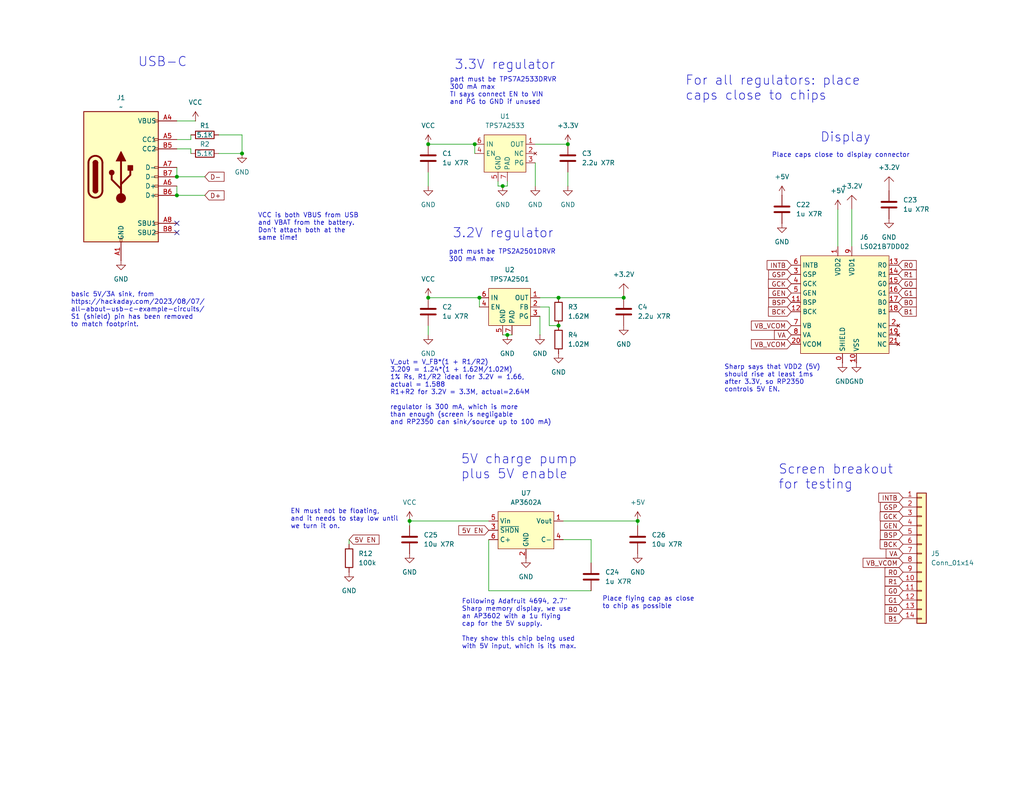
<source format=kicad_sch>
(kicad_sch (version 20250114) (generator "eeschema") (generator_version "9.0")
  (paper "USLetter")
  (lib_symbols
    (symbol "Connector_Generic:Conn_01x14" (pin_names (offset 1.016) (hide yes))
      (property "Reference" "J" (at 0 17.78 0))
      (property "Value" "Conn_01x14" (at 0 -20.32 0))
      (symbol "Conn_01x14_1_1"
        (rectangle (start -1.27 16.51) (end 1.27 -19.05) (stroke (width 0.254)) (fill (type background)))
        (rectangle (start -1.27 15.367) (end 0 15.113) (stroke (width 0.1524)))
        (rectangle (start -1.27 12.827) (end 0 12.573) (stroke (width 0.1524)))
        (rectangle (start -1.27 10.287) (end 0 10.033) (stroke (width 0.1524)))
        (rectangle (start -1.27 7.747) (end 0 7.493) (stroke (width 0.1524)))
        (rectangle (start -1.27 5.207) (end 0 4.953) (stroke (width 0.1524)))
        (rectangle (start -1.27 2.667) (end 0 2.413) (stroke (width 0.1524)))
        (rectangle (start -1.27 0.127) (end 0 -0.127) (stroke (width 0.1524)))
        (rectangle (start -1.27 -2.413) (end 0 -2.667) (stroke (width 0.1524)))
        (rectangle (start -1.27 -4.953) (end 0 -5.207) (stroke (width 0.1524)))
        (rectangle (start -1.27 -7.493) (end 0 -7.747) (stroke (width 0.1524)))
        (rectangle (start -1.27 -10.033) (end 0 -10.287) (stroke (width 0.1524)))
        (rectangle (start -1.27 -12.573) (end 0 -12.827) (stroke (width 0.1524)))
        (rectangle (start -1.27 -15.113) (end 0 -15.367) (stroke (width 0.1524)))
        (rectangle (start -1.27 -17.653) (end 0 -17.907) (stroke (width 0.1524)))
        (pin passive line (at -5.08 15.24 0) (length 3.81) (name "Pin_1") (number "1"))
        (pin passive line (at -5.08 12.7 0) (length 3.81) (name "Pin_2") (number "2"))
        (pin passive line (at -5.08 10.16 0) (length 3.81) (name "Pin_3") (number "3"))
        (pin passive line (at -5.08 7.62 0) (length 3.81) (name "Pin_4") (number "4"))
        (pin passive line (at -5.08 5.08 0) (length 3.81) (name "Pin_5") (number "5"))
        (pin passive line (at -5.08 2.54 0) (length 3.81) (name "Pin_6") (number "6"))
        (pin passive line (at -5.08 0 0) (length 3.81) (name "Pin_7") (number "7"))
        (pin passive line (at -5.08 -2.54 0) (length 3.81) (name "Pin_8") (number "8"))
        (pin passive line (at -5.08 -5.08 0) (length 3.81) (name "Pin_9") (number "9"))
        (pin passive line (at -5.08 -7.62 0) (length 3.81) (name "Pin_10") (number "10"))
        (pin passive line (at -5.08 -10.16 0) (length 3.81) (name "Pin_11") (number "11"))
        (pin passive line (at -5.08 -12.7 0) (length 3.81) (name "Pin_12") (number "12"))
        (pin passive line (at -5.08 -15.24 0) (length 3.81) (name "Pin_13") (number "13"))
        (pin passive line (at -5.08 -17.78 0) (length 3.81) (name "Pin_14") (number "14"))
      )
    )
    (symbol "Device:C" (pin_numbers (hide yes)) (pin_names (offset 0.254))
      (property "Reference" "C" (at 0.635 2.54 0))
      (property "Value" "C" (at 0.635 -2.54 0))
      (symbol "C_0_1"
        (polyline (pts (xy -2.032 0.762) (xy 2.032 0.762)) (stroke (width 0.508)))
        (polyline (pts (xy -2.032 -0.762) (xy 2.032 -0.762)) (stroke (width 0.508)))
      )
      (symbol "C_1_1"
        (pin passive line (at 0 3.81 270) (length 2.794) (name "~") (number "1"))
        (pin passive line (at 0 -3.81 90) (length 2.794) (name "~") (number "2"))
      )
    )
    (symbol "Device:R" (pin_numbers (hide yes)) (pin_names (offset 0))
      (property "Reference" "R" (at 2.032 0 90))
      (property "Value" "R" (at 0 0 90))
      (symbol "R_0_1"
        (rectangle (start -1.016 -2.54) (end 1.016 2.54) (stroke (width 0.254)))
      )
      (symbol "R_1_1"
        (pin passive line (at 0 3.81 270) (length 1.27) (name "~") (number "1"))
        (pin passive line (at 0 -3.81 90) (length 1.27) (name "~") (number "2"))
      )
    )
    (symbol "power:+3.3V" (power) (pin_numbers (hide yes)) (pin_names (offset 0) (hide yes))
      (property "Value" "+3.3V" (at 0 3.556 0))
      (symbol "+3.3V_0_1"
        (polyline (pts (xy -0.762 1.27) (xy 0 2.54)))
        (polyline (pts (xy 0 2.54) (xy 0.762 1.27)))
        (polyline (pts (xy 0 0) (xy 0 2.54)))
      )
      (symbol "+3.3V_1_1"
        (pin power_in line (at 0 0 90) (length 0) (name "~") (number "1"))
      )
    )
    (symbol "power:+5V" (power) (pin_numbers (hide yes)) (pin_names (offset 0) (hide yes))
      (property "Value" "+5V" (at 0 3.556 0))
      (symbol "+5V_0_1"
        (polyline (pts (xy -0.762 1.27) (xy 0 2.54)))
        (polyline (pts (xy 0 2.54) (xy 0.762 1.27)))
        (polyline (pts (xy 0 0) (xy 0 2.54)))
      )
      (symbol "+5V_1_1"
        (pin power_in line (at 0 0 90) (length 0) (name "~") (number "1"))
      )
    )
    (symbol "power:GND" (power) (pin_numbers (hide yes)) (pin_names (offset 0) (hide yes))
      (property "Value" "GND" (at 0 -3.81 0))
      (symbol "GND_0_1"
        (polyline (pts (xy 0 0) (xy 0 -1.27) (xy 1.27 -1.27) (xy 0 -2.54) (xy -1.27 -1.27) (xy 0 -1.27)))
      )
      (symbol "GND_1_1"
        (pin power_in line (at 0 0 270) (length 0) (name "~") (number "1"))
      )
    )
    (symbol "power:VCC" (power) (pin_numbers (hide yes)) (pin_names (offset 0) (hide yes))
      (property "Value" "VCC" (at 0 3.556 0))
      (symbol "VCC_0_1"
        (polyline (pts (xy -0.762 1.27) (xy 0 2.54)))
        (polyline (pts (xy 0 2.54) (xy 0.762 1.27)))
        (polyline (pts (xy 0 0) (xy 0 2.54)))
      )
      (symbol "VCC_1_1"
        (pin power_in line (at 0 0 90) (length 0) (name "~") (number "1"))
      )
    )
    (symbol "sharpie-hw:+3.2V" (power)
      (property "Value" "+3.2V" (at 0 0 0))
      (symbol "+3.2V_0_1"
        (polyline (pts (xy 0 0) (xy 0 3.81) (xy -1.27 2.54) (xy 0 3.81) (xy 1.27 2.54)))
      )
      (symbol "+3.2V_1_1"
        (pin power_in line (at 0 0 90) (length 0) (hide yes) (name "+3.2V") (number "1"))
      )
    )
    (symbol "sharpie-hw:AP3602A"
      (property "Reference" "U" (at -6.858 6.35 0))
      (property "Value" "AP3602A" (at 4.064 6.35 0))
      (symbol "AP3602A_1_1"
        (rectangle (start -7.62 5.08) (end 7.62 -5.08) (fill (type background)))
        (pin power_in line (at -10.16 2.54 0) (length 2.54) (name "Vin") (number "5"))
        (pin input line (at -10.16 0 0) (length 2.54) (name "~{SHDN}") (number "3"))
        (pin output line (at -10.16 -2.54 0) (length 2.54) (name "C+") (number "6"))
        (pin power_out line (at 0 -7.62 90) (length 2.54) (name "GND") (number "2"))
        (pin power_out line (at 10.16 2.54 180) (length 2.54) (name "Vout") (number "1"))
        (pin input line (at 10.16 -2.54 180) (length 2.54) (name "C-") (number "4"))
      )
    )
    (symbol "sharpie-hw:LS021B7DD02"
      (property "Reference" "J" (at -11.43 13.97 0))
      (property "Value" "LS021B7DD02" (at 9.398 13.97 0))
      (symbol "LS021B7DD02_1_1"
        (rectangle (start -12.7 12.7) (end 11.43 -13.97) (fill (type background)))
        (pin input line (at -15.24 10.16 0) (length 2.54) (name "INTB") (number "6"))
        (pin input line (at -15.24 7.62 0) (length 2.54) (name "GSP") (number "3"))
        (pin input line (at -15.24 5.08 0) (length 2.54) (name "GCK") (number "4"))
        (pin input line (at -15.24 2.54 0) (length 2.54) (name "GEN") (number "5"))
        (pin input line (at -15.24 0 0) (length 2.54) (name "BSP") (number "11"))
        (pin input line (at -15.24 -2.54 0) (length 2.54) (name "BCK") (number "12"))
        (pin input line (at -15.24 -6.35 0) (length 2.54) (name "VB") (number "7"))
        (pin input line (at -15.24 -8.89 0) (length 2.54) (name "VA") (number "8"))
        (pin input line (at -15.24 -11.43 0) (length 2.54) (name "VCOM") (number "20"))
        (pin power_in line (at -2.54 15.24 270) (length 2.54) (name "VDD2") (number "1"))
        (pin passive line (at -1.27 -16.51 90) (length 2.54) (name "SHIELD") (number "0"))
        (pin power_in line (at 1.27 15.24 270) (length 2.54) (name "VDD1") (number "9"))
        (pin power_out line (at 2.54 -16.51 90) (length 2.54) (name "VSS") (number "10"))
        (pin input line (at 13.97 10.16 180) (length 2.54) (name "R0") (number "13"))
        (pin input line (at 13.97 7.62 180) (length 2.54) (name "R1") (number "14"))
        (pin input line (at 13.97 5.08 180) (length 2.54) (name "G0") (number "15"))
        (pin input line (at 13.97 2.54 180) (length 2.54) (name "G1") (number "16"))
        (pin input line (at 13.97 0 180) (length 2.54) (name "B0") (number "17"))
        (pin input line (at 13.97 -2.54 180) (length 2.54) (name "B1") (number "18"))
        (pin no_connect line (at 13.97 -6.35 180) (length 2.54) (name "NC") (number "2"))
        (pin no_connect line (at 13.97 -8.89 180) (length 2.54) (name "NC") (number "19"))
        (pin no_connect line (at 13.97 -11.43 180) (length 2.54) (name "NC") (number "21"))
      )
    )
    (symbol "sharpie-hw:TPS7A2501"
      (property "Reference" "U" (at -4.318 5.08 0))
      (property "Value" "TPS7A2501" (at 3.556 5.08 0))
      (symbol "TPS7A2501_1_1"
        (rectangle (start -5.08 3.81) (end 6.35 -6.35) (fill (type background)))
        (pin power_in line (at -7.62 1.27 0) (length 2.54) (name "IN") (number "6"))
        (pin input line (at -7.62 -1.27 0) (length 2.54) (name "EN") (number "4"))
        (pin power_out line (at -1.27 -8.89 90) (length 2.54) (name "GND") (number "5"))
        (pin passive line (at 1.27 -8.89 90) (length 2.54) (name "PAD") (number "7"))
        (pin power_out line (at 8.89 1.27 180) (length 2.54) (name "OUT") (number "1"))
        (pin input line (at 8.89 -1.27 180) (length 2.54) (name "FB") (number "2"))
        (pin output line (at 8.89 -3.81 180) (length 2.54) (name "PG") (number "3"))
      )
    )
    (symbol "sharpie-hw:TPS7A2533"
      (property "Reference" "U" (at -4.572 4.826 0))
      (property "Value" "TPS7A2533" (at 2.286 4.826 0))
      (symbol "TPS7A2533_1_1"
        (rectangle (start -5.08 3.81) (end 6.35 -6.35) (fill (type background)))
        (pin power_in line (at -7.62 1.27 0) (length 2.54) (name "IN") (number "6"))
        (pin input line (at -7.62 -1.27 0) (length 2.54) (name "EN") (number "4"))
        (pin power_out line (at -1.27 -8.89 90) (length 2.54) (name "GND") (number "5"))
        (pin passive line (at 1.27 -8.89 90) (length 2.54) (name "PAD") (number "7"))
        (pin power_out line (at 8.89 1.27 180) (length 2.54) (name "OUT") (number "1"))
        (pin no_connect line (at 8.89 -1.27 180) (length 2.54) (name "NC") (number "2"))
        (pin output line (at 8.89 -3.81 180) (length 2.54) (name "PG") (number "3"))
      )
    )
    (symbol "sharpie-hw:USB_C_Receptacle_USB2.0_16P_NoShield"
      (property "Reference" "J" (at -0.254 23.622 0))
      (property "Value" "USB_C_Receptacle_USB2.0_16P_NoShield" (at 0.508 20.828 0))
      (symbol "USB_C_Receptacle_USB2.0_16P_NoShield_0_0"
        (rectangle (start -0.254 -16.51) (end 0.254 -15.494))
        (rectangle (start 10.16 16.764) (end 9.144 16.256))
        (rectangle (start 10.16 11.684) (end 9.144 11.176))
        (rectangle (start 10.16 9.144) (end 9.144 8.636))
        (rectangle (start 10.16 4.064) (end 9.144 3.556))
        (rectangle (start 10.16 1.524) (end 9.144 1.016))
        (rectangle (start 10.16 -1.016) (end 9.144 -1.524))
        (rectangle (start 10.16 -3.556) (end 9.144 -4.064))
        (rectangle (start 10.16 -11.176) (end 9.144 -11.684))
        (rectangle (start 10.16 -13.716) (end 9.144 -14.224))
      )
      (symbol "USB_C_Receptacle_USB2.0_16P_NoShield_0_1"
        (rectangle (start -10.16 19.05) (end 10.16 -16.51) (stroke (width 0.254)) (fill (type background)))
        (polyline (pts (xy -8.89 -2.54) (xy -8.89 5.08)) (stroke (width 0.508)))
        (rectangle (start -7.62 -2.54) (end -6.35 5.08) (stroke (width 0.254)) (fill (type outline)))
        (arc (start -7.62 5.08) (mid -6.985 5.7123) (end -6.35 5.08) (stroke (width 0.254)))
        (arc (start -7.62 5.08) (mid -6.985 5.7123) (end -6.35 5.08) (stroke (width 0.254)) (fill (type outline)))
        (arc (start -8.89 5.08) (mid -6.985 6.9767) (end -5.08 5.08) (stroke (width 0.508)))
        (arc (start -5.08 -2.54) (mid -6.985 -4.4367) (end -8.89 -2.54) (stroke (width 0.508)))
        (arc (start -6.35 -2.54) (mid -6.985 -3.1723) (end -7.62 -2.54) (stroke (width 0.254)))
        (arc (start -6.35 -2.54) (mid -6.985 -3.1723) (end -7.62 -2.54) (stroke (width 0.254)) (fill (type outline)))
        (polyline (pts (xy -5.08 5.08) (xy -5.08 -2.54)) (stroke (width 0.508)))
        (circle (center -2.54 2.413) (radius 0.635) (stroke (width 0.254)) (fill (type outline)))
        (polyline (pts (xy -1.27 5.588) (xy 0 8.128) (xy 1.27 5.588) (xy -1.27 5.588)) (stroke (width 0.254)) (fill (type outline)))
        (polyline (pts (xy 0 -0.762) (xy 2.54 1.778) (xy 2.54 3.048)) (stroke (width 0.508)))
        (polyline (pts (xy 0 -2.032) (xy -2.54 0.508) (xy -2.54 1.778)) (stroke (width 0.508)))
        (polyline (pts (xy 0 -4.572) (xy 0 5.588)) (stroke (width 0.508)))
        (circle (center 0 -4.572) (radius 1.27) (fill (type outline)))
        (rectangle (start 1.905 3.048) (end 3.175 4.318) (stroke (width 0.254)) (fill (type outline)))
      )
      (symbol "USB_C_Receptacle_USB2.0_16P_NoShield_1_1"
        (pin passive line (at 0 -21.59 90) (length 5.08) (name "GND") (number "A1"))
        (pin passive line (at 0 -21.59 90) (length 5.08) (hide yes) (name "GND") (number "A12"))
        (pin passive line (at 0 -21.59 90) (length 5.08) (hide yes) (name "GND") (number "B1"))
        (pin passive line (at 0 -21.59 90) (length 5.08) (hide yes) (name "GND") (number "B12"))
        (pin passive line (at 15.24 16.51 180) (length 5.08) (name "VBUS") (number "A4"))
        (pin passive line (at 15.24 16.51 180) (length 5.08) (hide yes) (name "VBUS") (number "A9"))
        (pin passive line (at 15.24 16.51 180) (length 5.08) (hide yes) (name "VBUS") (number "B4"))
        (pin passive line (at 15.24 16.51 180) (length 5.08) (hide yes) (name "VBUS") (number "B9"))
        (pin bidirectional line (at 15.24 11.43 180) (length 5.08) (name "CC1") (number "A5"))
        (pin bidirectional line (at 15.24 8.89 180) (length 5.08) (name "CC2") (number "B5"))
        (pin bidirectional line (at 15.24 3.81 180) (length 5.08) (name "D-") (number "A7"))
        (pin bidirectional line (at 15.24 1.27 180) (length 5.08) (name "D-") (number "B7"))
        (pin bidirectional line (at 15.24 -1.27 180) (length 5.08) (name "D+") (number "A6"))
        (pin bidirectional line (at 15.24 -3.81 180) (length 5.08) (name "D+") (number "B6"))
        (pin bidirectional line (at 15.24 -11.43 180) (length 5.08) (name "SBU1") (number "A8"))
        (pin bidirectional line (at 15.24 -13.97 180) (length 5.08) (name "SBU2") (number "B8"))
      )
    )
  )
  (text "basic 5V/3A sink, from\nhttps://hackaday.com/2023/08/07/\nall-about-usb-c-example-circuits/\nS1 (shield) pin has been removed\nto match footprint." (at 19.304 84.582 0) (effects (font (size 1.27 1.27)) (justify left)))
  (text "Place flying cap as close\nto chip as possible" (at 164.338 164.592 0) (effects (font (size 1.27 1.27)) (justify left)))
  (text "3.3V regulator" (at 123.952 17.78 0) (effects (font (size 2.54 2.54)) (justify left)))
  (text "V_out = V_FB*(1 + R1/R2)\n3.209 = 1.24*(1 + 1.62M/1.02M)\n1% Rs, R1/R2 ideal for 3.2V = 1.66,\nactual = 1.588\nR1+R2 for 3.2V = 3.3M, actual=2.64M\n\nregulator is 300 mA, which is more\nthan enough (screen is negligable\nand RP2350 can sink/source up to 100 mA)" (at 106.426 107.188 0) (effects (font (size 1.27 1.27)) (justify left)))
  (text "EN must not be floating,\nand it needs to stay low until\nwe turn it on." (at 79.248 141.732 0) (effects (font (size 1.27 1.27)) (justify left)))
  (text "3.2V regulator" (at 123.444 63.754 0) (effects (font (size 2.54 2.54)) (justify left)))
  (text "Display" (at 223.774 37.592 0) (effects (font (size 2.54 2.54)) (justify left)))
  (text "VCC is both VBUS from USB\nand VBAT from the battery.\nDon't attach both at the\nsame time!" (at 70.358 61.976 0) (effects (font (size 1.27 1.27)) (justify left)))
  (text "Place caps close to display connector" (at 210.566 42.418 0) (effects (font (size 1.27 1.27)) (justify left)))
  (text "part must be TPS7A2533DRVR\n300 mA max\nTI says connect EN to VIN\nand PG to GND if unused" (at 122.682 24.892 0) (effects (font (size 1.27 1.27)) (justify left)))
  (text "For all regulators: place\ncaps close to chips" (at 186.944 24.13 0) (effects (font (size 2.54 2.54)) (justify left)))
  (text "part must be TPS2A2501DRVR\n300 mA max" (at 122.428 69.85 0) (effects (font (size 1.27 1.27)) (justify left)))
  (text "5V charge pump\nplus 5V enable" (at 125.73 127.508 0) (effects (font (size 2.54 2.54)) (justify left)))
  (text "Following Adafruit 4694, 2.7\"\nSharp memory display, we use\nan AP3602 with a 1u flying\ncap for the 5V supply.\n\nThey show this chip being used\nwith 5V input, which is its max." (at 125.984 170.434 0) (effects (font (size 1.27 1.27)) (justify left)))
  (text "Sharp says that VDD2 (5V) \nshould rise at least 1ms \nafter 3.3V, so RP2350 \ncontrols 5V EN." (at 197.612 103.378 0) (effects (font (size 1.27 1.27)) (justify left)))
  (text "Screen breakout\nfor testing" (at 212.344 130.302 0) (effects (font (size 2.54 2.54)) (justify left)))
  (text "USB-C" (at 37.592 17.018 0) (effects (font (size 2.54 2.54)) (justify left)))
  (junction (at 138.43 91.44))
  (junction (at 129.54 39.37))
  (junction (at 48.26 53.34))
  (junction (at 111.76 142.24))
  (junction (at 173.99 142.24))
  (junction (at 152.4 88.9))
  (junction (at 154.94 39.37))
  (junction (at 48.26 48.26))
  (junction (at 66.04 41.91))
  (junction (at 170.18 81.28))
  (junction (at 116.84 39.37))
  (junction (at 152.4 81.28))
  (junction (at 130.81 81.28))
  (junction (at 137.16 50.8))
  (junction (at 116.84 81.28))
  (no_connect (at 48.26 63.5))
  (no_connect (at 48.26 60.96))
  (wire (pts (xy 146.05 44.45) (xy 146.05 50.8)))
  (wire (pts (xy 116.84 39.37) (xy 129.54 39.37)))
  (wire (pts (xy 135.89 49.53) (xy 135.89 50.8)))
  (wire (pts (xy 59.69 36.83) (xy 66.04 36.83)))
  (wire (pts (xy 130.81 81.28) (xy 130.81 83.82)))
  (wire (pts (xy 146.05 39.37) (xy 154.94 39.37)))
  (wire (pts (xy 66.04 36.83) (xy 66.04 41.91)))
  (wire (pts (xy 149.86 83.82) (xy 149.86 88.9)))
  (wire (pts (xy 95.25 147.32) (xy 95.25 148.59)))
  (wire (pts (xy 147.32 81.28) (xy 152.4 81.28)))
  (wire (pts (xy 153.67 147.32) (xy 161.29 147.32)))
  (wire (pts (xy 48.26 48.26) (xy 55.88 48.26)))
  (wire (pts (xy 173.99 143.51) (xy 173.99 142.24)))
  (wire (pts (xy 149.86 88.9) (xy 152.4 88.9)))
  (wire (pts (xy 116.84 88.9) (xy 116.84 91.44)))
  (wire (pts (xy 228.6 67.31) (xy 228.6 57.15)))
  (wire (pts (xy 52.07 40.64) (xy 52.07 41.91)))
  (wire (pts (xy 137.16 50.8) (xy 138.43 50.8)))
  (wire (pts (xy 133.35 161.29) (xy 161.29 161.29)))
  (wire (pts (xy 161.29 147.32) (xy 161.29 153.67)))
  (wire (pts (xy 116.84 81.28) (xy 130.81 81.28)))
  (wire (pts (xy 152.4 81.28) (xy 170.18 81.28)))
  (wire (pts (xy 153.67 142.24) (xy 173.99 142.24)))
  (wire (pts (xy 111.76 142.24) (xy 133.35 142.24)))
  (wire (pts (xy 129.54 39.37) (xy 129.54 41.91)))
  (wire (pts (xy 232.41 57.15) (xy 232.41 67.31)))
  (wire (pts (xy 48.26 50.8) (xy 48.26 53.34)))
  (wire (pts (xy 48.26 45.72) (xy 48.26 48.26)))
  (wire (pts (xy 154.94 46.99) (xy 154.94 50.8)))
  (wire (pts (xy 52.07 38.1) (xy 52.07 36.83)))
  (wire (pts (xy 137.16 91.44) (xy 138.43 91.44)))
  (wire (pts (xy 147.32 83.82) (xy 149.86 83.82)))
  (wire (pts (xy 133.35 147.32) (xy 133.35 161.29)))
  (wire (pts (xy 138.43 49.53) (xy 138.43 50.8)))
  (wire (pts (xy 147.32 86.36) (xy 147.32 91.44)))
  (wire (pts (xy 138.43 91.44) (xy 139.7 91.44)))
  (wire (pts (xy 116.84 46.99) (xy 116.84 50.8)))
  (wire (pts (xy 48.26 38.1) (xy 52.07 38.1)))
  (wire (pts (xy 53.34 33.02) (xy 48.26 33.02)))
  (wire (pts (xy 111.76 142.24) (xy 111.76 143.51)))
  (wire (pts (xy 59.69 41.91) (xy 66.04 41.91)))
  (wire (pts (xy 48.26 40.64) (xy 52.07 40.64)))
  (wire (pts (xy 48.26 53.34) (xy 55.88 53.34)))
  (wire (pts (xy 135.89 50.8) (xy 137.16 50.8)))
  (global_label "B1" (shape input) (at 245.11 85.09 0) (property "Intersheetrefs" "${INTERSHEET_REFS}" (effects (hide yes))))
  (global_label "R1" (shape input) (at 245.11 74.93 0) (property "Intersheetrefs" "${INTERSHEET_REFS}" (effects (hide yes))))
  (global_label "B0" (shape input) (at 245.11 82.55 0) (property "Intersheetrefs" "${INTERSHEET_REFS}" (effects (hide yes))))
  (global_label "INTB" (shape input) (at 215.9 72.39 180) (property "Intersheetrefs" "${INTERSHEET_REFS}" (effects (hide yes))))
  (global_label "GSP" (shape input) (at 215.9 74.93 180) (property "Intersheetrefs" "${INTERSHEET_REFS}" (effects (hide yes))))
  (global_label "G1" (shape input) (at 246.38 163.83 180) (property "Intersheetrefs" "${INTERSHEET_REFS}" (effects (hide yes))))
  (global_label "B0" (shape input) (at 246.38 166.37 180) (property "Intersheetrefs" "${INTERSHEET_REFS}" (effects (hide yes))))
  (global_label "GEN" (shape input) (at 215.9 80.01 180) (property "Intersheetrefs" "${INTERSHEET_REFS}" (effects (hide yes))))
  (global_label "VA" (shape input) (at 215.9 91.44 180) (property "Intersheetrefs" "${INTERSHEET_REFS}" (effects (hide yes))))
  (global_label "VB_VCOM" (shape input) (at 215.9 93.98 180) (property "Intersheetrefs" "${INTERSHEET_REFS}" (effects (hide yes))))
  (global_label "BSP" (shape input) (at 215.9 82.55 180) (property "Intersheetrefs" "${INTERSHEET_REFS}" (effects (hide yes))))
  (global_label "G1" (shape input) (at 245.11 80.01 0) (property "Intersheetrefs" "${INTERSHEET_REFS}" (effects (hide yes))))
  (global_label "BCK" (shape input) (at 215.9 85.09 180) (property "Intersheetrefs" "${INTERSHEET_REFS}" (effects (hide yes))))
  (global_label "R0" (shape input) (at 245.11 72.39 0) (property "Intersheetrefs" "${INTERSHEET_REFS}" (effects (hide yes))))
  (global_label "GCK" (shape input) (at 215.9 77.47 180) (property "Intersheetrefs" "${INTERSHEET_REFS}" (effects (hide yes))))
  (global_label "G0" (shape input) (at 246.38 161.29 180) (property "Intersheetrefs" "${INTERSHEET_REFS}" (effects (hide yes))))
  (global_label "INTB" (shape input) (at 246.38 135.89 180) (property "Intersheetrefs" "${INTERSHEET_REFS}" (effects (hide yes))))
  (global_label "D-" (shape input) (at 55.88 48.26 0) (property "Intersheetrefs" "${INTERSHEET_REFS}" (effects (hide yes))))
  (global_label "BSP" (shape input) (at 246.38 146.05 180) (property "Intersheetrefs" "${INTERSHEET_REFS}" (effects (hide yes))))
  (global_label "B1" (shape input) (at 246.38 168.91 180) (property "Intersheetrefs" "${INTERSHEET_REFS}" (effects (hide yes))))
  (global_label "G0" (shape input) (at 245.11 77.47 0) (property "Intersheetrefs" "${INTERSHEET_REFS}" (effects (hide yes))))
  (global_label "GEN" (shape input) (at 246.38 143.51 180) (property "Intersheetrefs" "${INTERSHEET_REFS}" (effects (hide yes))))
  (global_label "GSP" (shape input) (at 246.38 138.43 180) (property "Intersheetrefs" "${INTERSHEET_REFS}" (effects (hide yes))))
  (global_label "VB_VCOM" (shape input) (at 246.38 153.67 180) (property "Intersheetrefs" "${INTERSHEET_REFS}" (effects (hide yes))))
  (global_label "VA" (shape input) (at 246.38 151.13 180) (property "Intersheetrefs" "${INTERSHEET_REFS}" (effects (hide yes))))
  (global_label "BCK" (shape input) (at 246.38 148.59 180) (property "Intersheetrefs" "${INTERSHEET_REFS}" (effects (hide yes))))
  (global_label "5V EN" (shape input) (at 95.25 147.32 0) (property "Intersheetrefs" "${INTERSHEET_REFS}" (effects (hide yes))))
  (global_label "R1" (shape input) (at 246.38 158.75 180) (property "Intersheetrefs" "${INTERSHEET_REFS}" (effects (hide yes))))
  (global_label "5V EN" (shape input) (at 133.35 144.78 180) (property "Intersheetrefs" "${INTERSHEET_REFS}" (effects (hide yes))))
  (global_label "D+" (shape input) (at 55.88 53.34 0) (property "Intersheetrefs" "${INTERSHEET_REFS}" (effects (hide yes))))
  (global_label "VB_VCOM" (shape input) (at 215.9 88.9 180) (property "Intersheetrefs" "${INTERSHEET_REFS}" (effects (hide yes))))
  (global_label "R0" (shape input) (at 246.38 156.21 180) (property "Intersheetrefs" "${INTERSHEET_REFS}" (effects (hide yes))))
  (global_label "GCK" (shape input) (at 246.38 140.97 180) (property "Intersheetrefs" "${INTERSHEET_REFS}" (effects (hide yes))))
  (symbol (lib_id "Device:C") (at 170.18 85.09 0) (unit 1)
    (property "Reference" "C4" (at 173.99 83.8199 0) (effects (justify left)))
    (property "Value" "2.2u X7R" (at 173.99 86.3599 0) (effects (justify left)))
    (property "Footprint" "Capacitor_SMD:C_0805_2012Metric" (effects (hide yes)))
    (property "Description" "Unpolarized capacitor" (effects (hide yes)))
    (property "JLCPCB Part #" "C377773" (effects (hide yes)))
  )
  (symbol (lib_id "power:+5V") (at 173.99 142.24 0) (unit 1)
    (property "Reference" "#PWR051" (effects (hide yes)))
    (property "Value" "+5V" (at 173.99 137.16 0))
    (property "Description" "Power symbol creates a global label with name \"+5V\"" (effects (hide yes)))
  )
  (symbol (lib_id "sharpie-hw:+3.2V") (at 232.41 57.15 0) (unit 1)
    (property "Reference" "#PWR044" (effects (hide yes)))
    (property "Value" "+3.2V" (at 232.41 50.8 0))
  )
  (symbol (lib_id "power:GND") (at 116.84 50.8 0) (unit 1)
    (property "Reference" "#PWR069" (effects (hide yes)))
    (property "Value" "GND" (at 116.84 55.88 0))
    (property "Description" "Power symbol creates a global label with name \"GND\" , ground" (effects (hide yes)))
  )
  (symbol (lib_id "power:+5V") (at 228.6 57.15 0) (unit 1)
    (property "Reference" "#PWR042" (effects (hide yes)))
    (property "Value" "+5V" (at 228.6 52.07 0))
    (property "Description" "Power symbol creates a global label with name \"+5V\"" (effects (hide yes)))
  )
  (symbol (lib_id "power:GND") (at 66.04 41.91 0) (unit 1)
    (property "Reference" "#PWR04" (effects (hide yes)))
    (property "Value" "GND" (at 66.04 46.99 0))
    (property "Description" "Power symbol creates a global label with name \"GND\" , ground" (effects (hide yes)))
  )
  (symbol (lib_id "Device:C") (at 161.29 157.48 180) (unit 1)
    (property "Reference" "C24" (at 165.1 156.21 0) (effects (justify right)))
    (property "Value" "1u X7R" (at 165.1 158.7499 0) (effects (justify right)))
    (property "Footprint" "Capacitor_SMD:C_0805_2012Metric" (effects (hide yes)))
    (property "Description" "Unpolarized capacitor" (effects (hide yes)))
    (property "JLCPCB Part #" "C28323" (effects (hide yes)))
  )
  (symbol (lib_id "power:GND") (at 170.18 88.9 0) (unit 1)
    (property "Reference" "#PWR023" (effects (hide yes)))
    (property "Value" "GND" (at 170.18 93.98 0))
    (property "Description" "Power symbol creates a global label with name \"GND\" , ground" (effects (hide yes)))
  )
  (symbol (lib_id "sharpie-hw:TPS7A2533") (at 137.16 40.64 0) (unit 1)
    (property "Reference" "U1" (at 137.795 31.75 0))
    (property "Value" "TPS7A2533" (at 137.795 34.29 0))
    (property "Footprint" "Package_SON:WSON-6-1EP_2x2mm_P0.65mm_EP1x1.6mm_ThermalVias" (effects (hide yes)))
    (property "JLCPCB Part #" "C2867820" (effects (hide yes)))
  )
  (symbol (lib_id "power:GND") (at 173.99 151.13 0) (unit 1)
    (property "Reference" "#PWR049" (effects (hide yes)))
    (property "Value" "GND" (at 173.99 156.21 0))
    (property "Description" "Power symbol creates a global label with name \"GND\" , ground" (effects (hide yes)))
  )
  (symbol (lib_id "power:GND") (at 233.68 99.06 0) (unit 1)
    (property "Reference" "#PWR01" (effects (hide yes)))
    (property "Value" "GND" (at 233.68 104.14 0))
    (property "Description" "Power symbol creates a global label with name \"GND\" , ground" (effects (hide yes)))
  )
  (symbol (lib_id "Device:C") (at 154.94 43.18 0) (unit 1)
    (property "Reference" "C3" (at 158.75 41.9099 0) (effects (justify left)))
    (property "Value" "2.2u X7R" (at 158.75 44.4499 0) (effects (justify left)))
    (property "Footprint" "Capacitor_SMD:C_0805_2012Metric" (effects (hide yes)))
    (property "Description" "Unpolarized capacitor" (effects (hide yes)))
    (property "JLCPCB Part #" "C377773" (effects (hide yes)))
  )
  (symbol (lib_id "power:+3.3V") (at 154.94 39.37 0) (unit 1)
    (property "Reference" "#PWR010" (effects (hide yes)))
    (property "Value" "+3.3V" (at 154.94 34.29 0))
    (property "Description" "Power symbol creates a global label with name \"+3.3V\"" (effects (hide yes)))
  )
  (symbol (lib_id "power:VCC") (at 116.84 81.28 0) (unit 1)
    (property "Reference" "#PWR05" (effects (hide yes)))
    (property "Value" "VCC" (at 116.84 76.2 0))
    (property "Description" "Power symbol creates a global label with name \"VCC\"" (effects (hide yes)))
  )
  (symbol (lib_id "power:GND") (at 143.51 152.4 0) (unit 1)
    (property "Reference" "#PWR046" (effects (hide yes)))
    (property "Value" "GND" (at 143.51 157.48 0))
    (property "Description" "Power symbol creates a global label with name \"GND\" , ground" (effects (hide yes)))
  )
  (symbol (lib_id "power:GND") (at 138.43 91.44 0) (unit 1)
    (property "Reference" "#PWR08" (effects (hide yes)))
    (property "Value" "GND" (at 138.43 96.52 0))
    (property "Description" "Power symbol creates a global label with name \"GND\" , ground" (effects (hide yes)))
  )
  (symbol (lib_id "sharpie-hw:TPS7A2501") (at 138.43 82.55 0) (unit 1)
    (property "Reference" "U2" (at 139.065 73.66 0))
    (property "Value" "TPS7A2501" (at 139.065 76.2 0))
    (property "Footprint" "Package_SON:WSON-6-1EP_2x2mm_P0.65mm_EP1x1.6mm_ThermalVias" (effects (hide yes)))
    (property "JLCPCB Part #" "C2864326" (effects (hide yes)))
  )
  (symbol (lib_id "Device:R") (at 152.4 85.09 0) (unit 1)
    (property "Reference" "R3" (at 154.94 83.8199 0) (effects (justify left)))
    (property "Value" "1.62M" (at 154.94 86.3599 0) (effects (justify left)))
    (property "Footprint" "Resistor_SMD:R_0402_1005Metric" (effects (hide yes)))
    (property "Description" "Resistor" (effects (hide yes)))
    (property "JLCPCB Part #" "C166525" (effects (hide yes)))
  )
  (symbol (lib_id "Device:C") (at 213.36 57.15 0) (unit 1)
    (property "Reference" "C22" (at 217.17 55.8799 0) (effects (justify left)))
    (property "Value" "1u X7R" (at 217.17 58.4199 0) (effects (justify left)))
    (property "Footprint" "Capacitor_SMD:C_0805_2012Metric" (effects (hide yes)))
    (property "Description" "Unpolarized capacitor" (effects (hide yes)))
    (property "JLCPCB Part #" "C28323" (effects (hide yes)))
  )
  (symbol (lib_id "sharpie-hw:+3.2V") (at 170.18 81.28 0) (unit 1)
    (property "Reference" "#PWR012" (effects (hide yes)))
    (property "Value" "+3.2V" (at 170.18 74.93 0))
  )
  (symbol (lib_id "power:GND") (at 33.02 71.12 0) (unit 1)
    (property "Reference" "#PWR02" (effects (hide yes)))
    (property "Value" "GND" (at 33.02 76.2 0))
    (property "Description" "Power symbol creates a global label with name \"GND\" , ground" (effects (hide yes)))
  )
  (symbol (lib_id "power:GND") (at 146.05 50.8 0) (unit 1)
    (property "Reference" "#PWR071" (effects (hide yes)))
    (property "Value" "GND" (at 146.05 55.88 0))
    (property "Description" "Power symbol creates a global label with name \"GND\" , ground" (effects (hide yes)))
  )
  (symbol (lib_id "power:GND") (at 137.16 50.8 0) (unit 1)
    (property "Reference" "#PWR07" (effects (hide yes)))
    (property "Value" "GND" (at 137.16 55.88 0))
    (property "Description" "Power symbol creates a global label with name \"GND\" , ground" (effects (hide yes)))
  )
  (symbol (lib_id "power:GND") (at 154.94 50.8 0) (unit 1)
    (property "Reference" "#PWR070" (effects (hide yes)))
    (property "Value" "GND" (at 154.94 55.88 0))
    (property "Description" "Power symbol creates a global label with name \"GND\" , ground" (effects (hide yes)))
  )
  (symbol (lib_id "power:GND") (at 229.87 99.06 0) (unit 1)
    (property "Reference" "#PWR043" (effects (hide yes)))
    (property "Value" "GND" (at 229.87 104.14 0))
    (property "Description" "Power symbol creates a global label with name \"GND\" , ground" (effects (hide yes)))
  )
  (symbol (lib_id "power:VCC") (at 111.76 142.24 0) (unit 1)
    (property "Reference" "#PWR048" (effects (hide yes)))
    (property "Value" "VCC" (at 111.76 137.16 0))
    (property "Description" "Power symbol creates a global label with name \"VCC\"" (effects (hide yes)))
  )
  (symbol (lib_id "Device:R") (at 95.25 152.4 0) (unit 1)
    (property "Reference" "R12" (at 97.79 151.1299 0) (effects (justify left)))
    (property "Value" "100k" (at 97.79 153.6699 0) (effects (justify left)))
    (property "Footprint" "Resistor_SMD:R_0402_1005Metric" (effects (hide yes)))
    (property "Description" "Resistor" (effects (hide yes)))
    (property "JLCPCB Part #" "C25741" (effects (hide yes)))
  )
  (symbol (lib_id "power:GND") (at 111.76 151.13 0) (unit 1)
    (property "Reference" "#PWR050" (effects (hide yes)))
    (property "Value" "GND" (at 111.76 156.21 0))
    (property "Description" "Power symbol creates a global label with name \"GND\" , ground" (effects (hide yes)))
  )
  (symbol (lib_id "Device:R") (at 152.4 92.71 0) (unit 1)
    (property "Reference" "R4" (at 154.94 91.4399 0) (effects (justify left)))
    (property "Value" "1.02M" (at 154.94 93.9799 0) (effects (justify left)))
    (property "Footprint" "Resistor_SMD:R_0402_1005Metric" (effects (hide yes)))
    (property "Description" "Resistor" (effects (hide yes)))
    (property "JLCPCB Part #" "C26084" (effects (hide yes)))
  )
  (symbol (lib_id "power:VCC") (at 116.84 39.37 0) (unit 1)
    (property "Reference" "#PWR03" (effects (hide yes)))
    (property "Value" "VCC" (at 116.84 34.29 0))
    (property "Description" "Power symbol creates a global label with name \"VCC\"" (effects (hide yes)))
  )
  (symbol (lib_id "power:GND") (at 152.4 96.52 0) (unit 1)
    (property "Reference" "#PWR09" (effects (hide yes)))
    (property "Value" "GND" (at 152.4 101.6 0))
    (property "Description" "Power symbol creates a global label with name \"GND\" , ground" (effects (hide yes)))
  )
  (symbol (lib_id "sharpie-hw:USB_C_Receptacle_USB2.0_16P_NoShield") (at 33.02 49.53 0) (unit 1)
    (property "Reference" "J1" (at 33.02 26.67 0))
    (property "Value" "~" (at 33.02 29.21 0))
    (property "Footprint" "Sharpie:TYPE-C-31-M-12" (effects (hide yes)))
    (property "JLCPCB Part #" "C165948" (effects (hide yes)))
    (property "FT Position Offset" "0,2.4765" (effects (hide yes)))
  )
  (symbol (lib_id "power:GND") (at 95.25 156.21 0) (unit 1)
    (property "Reference" "#PWR06" (effects (hide yes)))
    (property "Value" "GND" (at 95.25 161.29 0))
    (property "Description" "Power symbol creates a global label with name \"GND\" , ground" (effects (hide yes)))
  )
  (symbol (lib_id "sharpie-hw:LS021B7DD02") (at 231.14 82.55 0) (unit 1)
    (property "Reference" "J6" (at 234.6041 64.77 0) (effects (justify left)))
    (property "Value" "LS021B7DD02" (at 234.6041 67.31 0) (effects (justify left)))
    (property "Footprint" "Sharpie:FPC-SMD_21P-P0.30-503566-2102" (effects (hide yes)))
  )
  (symbol (lib_id "power:GND") (at 116.84 91.44 0) (unit 1)
    (property "Reference" "#PWR067" (effects (hide yes)))
    (property "Value" "GND" (at 116.84 96.52 0))
    (property "Description" "Power symbol creates a global label with name \"GND\" , ground" (effects (hide yes)))
  )
  (symbol (lib_id "sharpie-hw:+3.2V") (at 242.57 52.07 0) (unit 1)
    (property "Reference" "#PWR045" (effects (hide yes)))
    (property "Value" "+3.2V" (at 242.57 45.72 0))
  )
  (symbol (lib_id "power:VCC") (at 53.34 33.02 0) (unit 1)
    (property "Reference" "#PWR047" (effects (hide yes)))
    (property "Value" "VCC" (at 53.34 27.94 0))
    (property "Description" "Power symbol creates a global label with name \"VCC\"" (effects (hide yes)))
  )
  (symbol (lib_id "power:GND") (at 242.57 59.69 0) (unit 1)
    (property "Reference" "#PWR052" (effects (hide yes)))
    (property "Value" "GND" (at 242.57 64.77 0))
    (property "Description" "Power symbol creates a global label with name \"GND\" , ground" (effects (hide yes)))
  )
  (symbol (lib_id "power:GND") (at 213.36 60.96 0) (unit 1)
    (property "Reference" "#PWR041" (effects (hide yes)))
    (property "Value" "GND" (at 213.36 66.04 0))
    (property "Description" "Power symbol creates a global label with name \"GND\" , ground" (effects (hide yes)))
  )
  (symbol (lib_id "Device:R") (at 55.88 36.83 90) (unit 1)
    (property "Reference" "R1" (at 55.88 34.29 90))
    (property "Value" "5.1K" (at 55.88 36.83 90))
    (property "Footprint" "Resistor_SMD:R_0402_1005Metric" (effects (hide yes)))
    (property "Description" "Resistor" (effects (hide yes)))
    (property "JLCPCB Part #" "C25905" (effects (hide yes)))
  )
  (symbol (lib_id "Device:C") (at 116.84 85.09 0) (unit 1)
    (property "Reference" "C2" (at 120.65 83.8199 0) (effects (justify left)))
    (property "Value" "1u X7R" (at 120.65 86.3599 0) (effects (justify left)))
    (property "Footprint" "Capacitor_SMD:C_0805_2012Metric" (effects (hide yes)))
    (property "Description" "Unpolarized capacitor" (effects (hide yes)))
    (property "JLCPCB Part #" "C28323" (effects (hide yes)))
  )
  (symbol (lib_id "Device:C") (at 111.76 147.32 0) (unit 1)
    (property "Reference" "C25" (at 115.57 146.0499 0) (effects (justify left)))
    (property "Value" "10u X7R" (at 115.57 148.5899 0) (effects (justify left)))
    (property "Footprint" "Capacitor_SMD:C_0805_2012Metric" (effects (hide yes)))
    (property "Description" "Unpolarized capacitor" (effects (hide yes)))
    (property "JLCPCB Part #" "C15850" (effects (hide yes)))
  )
  (symbol (lib_id "Connector_Generic:Conn_01x14") (at 251.46 151.13 0) (unit 1)
    (property "Reference" "J5" (at 254 151.1299 0) (effects (justify left)))
    (property "Value" "Conn_01x14" (at 254 153.6699 0) (effects (justify left)))
    (property "Footprint" "Connector_PinHeader_2.54mm:PinHeader_1x14_P2.54mm_Vertical" (effects (hide yes)))
    (property "Description" "Generic connector, single row, 01x14, script generated (kicad-library-utils/schlib/autogen/connector/)" (effects (hide yes)))
  )
  (symbol (lib_id "sharpie-hw:AP3602A") (at 143.51 144.78 0) (unit 1)
    (property "Reference" "U7" (at 143.51 134.62 0))
    (property "Value" "AP3602A" (at 143.51 137.16 0))
    (property "Footprint" "Package_TO_SOT_SMD:SOT-23-6" (effects (hide yes)))
    (property "JLCPCB Part #" "C460358" (effects (hide yes)))
  )
  (symbol (lib_id "Device:C") (at 242.57 55.88 0) (unit 1)
    (property "Reference" "C23" (at 246.38 54.6099 0) (effects (justify left)))
    (property "Value" "1u X7R" (at 246.38 57.1499 0) (effects (justify left)))
    (property "Footprint" "Capacitor_SMD:C_0805_2012Metric" (effects (hide yes)))
    (property "Description" "Unpolarized capacitor" (effects (hide yes)))
    (property "JLCPCB Part #" "C28323" (effects (hide yes)))
  )
  (symbol (lib_id "Device:R") (at 55.88 41.91 90) (unit 1)
    (property "Reference" "R2" (at 55.88 39.37 90))
    (property "Value" "5.1K" (at 55.88 41.91 90))
    (property "Footprint" "Resistor_SMD:R_0402_1005Metric" (effects (hide yes)))
    (property "Description" "Resistor" (effects (hide yes)))
    (property "JLCPCB Part #" "C25905" (effects (hide yes)))
  )
  (symbol (lib_id "Device:C") (at 173.99 147.32 0) (unit 1)
    (property "Reference" "C26" (at 177.8 146.0499 0) (effects (justify left)))
    (property "Value" "10u X7R" (at 177.8 148.5899 0) (effects (justify left)))
    (property "Footprint" "Capacitor_SMD:C_0805_2012Metric" (effects (hide yes)))
    (property "Description" "Unpolarized capacitor" (effects (hide yes)))
    (property "JLCPCB Part #" "C15850" (effects (hide yes)))
  )
  (symbol (lib_id "power:GND") (at 147.32 91.44 0) (unit 1)
    (property "Reference" "#PWR068" (effects (hide yes)))
    (property "Value" "GND" (at 147.32 96.52 0))
    (property "Description" "Power symbol creates a global label with name \"GND\" , ground" (effects (hide yes)))
  )
  (symbol (lib_id "Device:C") (at 116.84 43.18 0) (unit 1)
    (property "Reference" "C1" (at 120.65 41.9099 0) (effects (justify left)))
    (property "Value" "1u X7R" (at 120.65 44.4499 0) (effects (justify left)))
    (property "Footprint" "Capacitor_SMD:C_0805_2012Metric" (effects (hide yes)))
    (property "Description" "Unpolarized capacitor" (effects (hide yes)))
    (property "JLCPCB Part #" "C28323" (effects (hide yes)))
  )
  (symbol (lib_id "power:+5V") (at 213.36 53.34 0) (unit 1)
    (property "Reference" "#PWR040" (effects (hide yes)))
    (property "Value" "+5V" (at 213.36 48.26 0))
    (property "Description" "Power symbol creates a global label with name \"+5V\"" (effects (hide yes)))
  )
)
</source>
